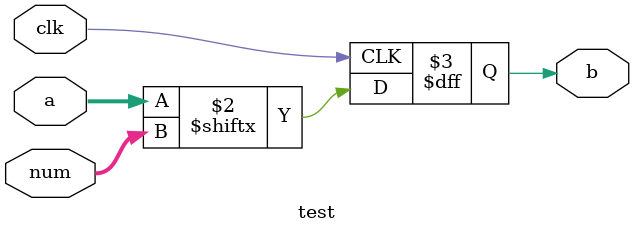
<source format=v>
module test(a, clk, num, b);
 input clk;
 input [3:0] a;
 input [4:0] num;
 output b;
 reg b;
 always @(posedge clk)
   b = a[num]; //warning on "a[num]"
endmodule


</source>
